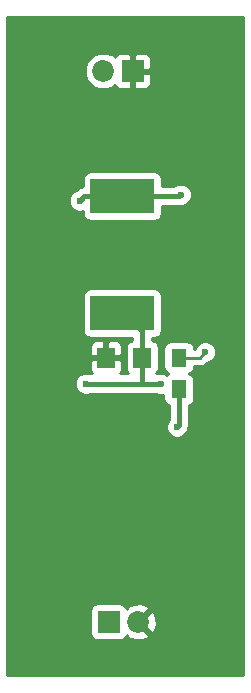
<source format=gbr>
G04 #@! TF.FileFunction,Copper,L2,Bot,Signal*
%FSLAX46Y46*%
G04 Gerber Fmt 4.6, Leading zero omitted, Abs format (unit mm)*
G04 Created by KiCad (PCBNEW 4.0.5) date 05/07/17 11:17:11*
%MOMM*%
%LPD*%
G01*
G04 APERTURE LIST*
%ADD10C,0.100000*%
%ADD11R,1.500000X1.700000*%
%ADD12R,5.400040X2.900680*%
%ADD13R,1.850000X1.850000*%
%ADD14C,1.850000*%
%ADD15R,1.300000X1.500000*%
%ADD16C,0.600000*%
%ADD17C,0.460000*%
%ADD18C,0.250000*%
%ADD19C,0.254000*%
G04 APERTURE END LIST*
D10*
D11*
X155752800Y-101193600D03*
X152682800Y-101193600D03*
D12*
X154076400Y-97406460D03*
X154076400Y-87505540D03*
D13*
X152908000Y-123545600D03*
D14*
X155408000Y-123545600D03*
D13*
X154940000Y-76911200D03*
D14*
X152440000Y-76911200D03*
D15*
X158851600Y-103864400D03*
X158851600Y-101164400D03*
D16*
X158699200Y-107035600D03*
X150418800Y-99822000D03*
X148996400Y-99822000D03*
X148894800Y-102311200D03*
X150469600Y-102311200D03*
X151333200Y-101396800D03*
X159004000Y-87376000D03*
X150469600Y-87884000D03*
X150977600Y-103378000D03*
X157378400Y-103428800D03*
X161086800Y-100685600D03*
D17*
X158699200Y-107035600D02*
X158851600Y-106883200D01*
X158851600Y-106883200D02*
X158851600Y-103864400D01*
D18*
X151333200Y-101396800D02*
X151333200Y-100736400D01*
X151333200Y-100736400D02*
X150418800Y-99822000D01*
X148996400Y-99822000D02*
X148894800Y-99923600D01*
X148894800Y-99923600D02*
X148894800Y-102311200D01*
X151333200Y-101396800D02*
X151536400Y-101193600D01*
X151536400Y-101193600D02*
X152682800Y-101193600D01*
D17*
X159004000Y-87376000D02*
X158874460Y-87505540D01*
X158874460Y-87505540D02*
X154076400Y-87505540D01*
X154076400Y-87505540D02*
X150848060Y-87505540D01*
X150848060Y-87505540D02*
X150469600Y-87884000D01*
X154076400Y-97406460D02*
X154200860Y-97406460D01*
X154200860Y-97406460D02*
X155752800Y-98958400D01*
X155752800Y-98958400D02*
X155752800Y-101193600D01*
X155752800Y-101193600D02*
X155752800Y-103378000D01*
X150977600Y-103378000D02*
X155752800Y-103378000D01*
X155752800Y-103378000D02*
X157327600Y-103378000D01*
X157327600Y-103378000D02*
X157378400Y-103428800D01*
D18*
X158851600Y-101164400D02*
X160608000Y-101164400D01*
X160608000Y-101164400D02*
X161086800Y-100685600D01*
D19*
G36*
X164313400Y-128042200D02*
X144347400Y-128042200D01*
X144347400Y-122620600D01*
X151335560Y-122620600D01*
X151335560Y-124470600D01*
X151379838Y-124705917D01*
X151518910Y-124922041D01*
X151731110Y-125067031D01*
X151983000Y-125118040D01*
X153833000Y-125118040D01*
X154068317Y-125073762D01*
X154284441Y-124934690D01*
X154429431Y-124722490D01*
X154434183Y-124699025D01*
X154489350Y-124643858D01*
X154578821Y-124902932D01*
X155161368Y-125116925D01*
X155781461Y-125091697D01*
X156237179Y-124902932D01*
X156326651Y-124643856D01*
X155408000Y-123725205D01*
X155393858Y-123739348D01*
X155214253Y-123559743D01*
X155228395Y-123545600D01*
X155587605Y-123545600D01*
X156506256Y-124464251D01*
X156765332Y-124374779D01*
X156979325Y-123792232D01*
X156954097Y-123172139D01*
X156765332Y-122716421D01*
X156506256Y-122626949D01*
X155587605Y-123545600D01*
X155228395Y-123545600D01*
X155214253Y-123531458D01*
X155393858Y-123351853D01*
X155408000Y-123365995D01*
X156326651Y-122447344D01*
X156237179Y-122188268D01*
X155654632Y-121974275D01*
X155034539Y-121999503D01*
X154578821Y-122188268D01*
X154489350Y-122447342D01*
X154438218Y-122396210D01*
X154436162Y-122385283D01*
X154297090Y-122169159D01*
X154084890Y-122024169D01*
X153833000Y-121973160D01*
X151983000Y-121973160D01*
X151747683Y-122017438D01*
X151531559Y-122156510D01*
X151386569Y-122368710D01*
X151335560Y-122620600D01*
X144347400Y-122620600D01*
X144347400Y-103563167D01*
X150042438Y-103563167D01*
X150184483Y-103906943D01*
X150447273Y-104170192D01*
X150790801Y-104312838D01*
X151162767Y-104313162D01*
X151332572Y-104243000D01*
X156901074Y-104243000D01*
X157191601Y-104363638D01*
X157554160Y-104363954D01*
X157554160Y-104614400D01*
X157598438Y-104849717D01*
X157737510Y-105065841D01*
X157949710Y-105210831D01*
X157986600Y-105218301D01*
X157986600Y-106425820D01*
X157907008Y-106505273D01*
X157764362Y-106848801D01*
X157764038Y-107220767D01*
X157906083Y-107564543D01*
X158168873Y-107827792D01*
X158512401Y-107970438D01*
X158884367Y-107970762D01*
X159228143Y-107828717D01*
X159491392Y-107565927D01*
X159615563Y-107266892D01*
X159650756Y-107214222D01*
X159661680Y-107159302D01*
X159716600Y-106883200D01*
X159716600Y-105221385D01*
X159736917Y-105217562D01*
X159953041Y-105078490D01*
X160098031Y-104866290D01*
X160149040Y-104614400D01*
X160149040Y-103114400D01*
X160104762Y-102879083D01*
X159965690Y-102662959D01*
X159753490Y-102517969D01*
X159740403Y-102515319D01*
X159953041Y-102378490D01*
X160098031Y-102166290D01*
X160147015Y-101924400D01*
X160608000Y-101924400D01*
X160898839Y-101866548D01*
X161145401Y-101701801D01*
X161226480Y-101620722D01*
X161271967Y-101620762D01*
X161615743Y-101478717D01*
X161878992Y-101215927D01*
X162021638Y-100872399D01*
X162021962Y-100500433D01*
X161879917Y-100156657D01*
X161617127Y-99893408D01*
X161273599Y-99750762D01*
X160901633Y-99750438D01*
X160557857Y-99892483D01*
X160294608Y-100155273D01*
X160191161Y-100404400D01*
X160147158Y-100404400D01*
X160104762Y-100179083D01*
X159965690Y-99962959D01*
X159753490Y-99817969D01*
X159501600Y-99766960D01*
X158201600Y-99766960D01*
X157966283Y-99811238D01*
X157750159Y-99950310D01*
X157605169Y-100162510D01*
X157554160Y-100414400D01*
X157554160Y-101914400D01*
X157598438Y-102149717D01*
X157737510Y-102365841D01*
X157949710Y-102510831D01*
X157962797Y-102513481D01*
X157825293Y-102601963D01*
X157565199Y-102493962D01*
X157193233Y-102493638D01*
X157146373Y-102513000D01*
X156945989Y-102513000D01*
X156954241Y-102507690D01*
X157099231Y-102295490D01*
X157150240Y-102043600D01*
X157150240Y-100343600D01*
X157105962Y-100108283D01*
X156966890Y-99892159D01*
X156754690Y-99747169D01*
X156617800Y-99719448D01*
X156617800Y-99504240D01*
X156776420Y-99504240D01*
X157011737Y-99459962D01*
X157227861Y-99320890D01*
X157372851Y-99108690D01*
X157423860Y-98856800D01*
X157423860Y-95956120D01*
X157379582Y-95720803D01*
X157240510Y-95504679D01*
X157028310Y-95359689D01*
X156776420Y-95308680D01*
X151376380Y-95308680D01*
X151141063Y-95352958D01*
X150924939Y-95492030D01*
X150779949Y-95704230D01*
X150728940Y-95956120D01*
X150728940Y-98856800D01*
X150773218Y-99092117D01*
X150912290Y-99308241D01*
X151124490Y-99453231D01*
X151376380Y-99504240D01*
X154887800Y-99504240D01*
X154887800Y-99717799D01*
X154767483Y-99740438D01*
X154551359Y-99879510D01*
X154406369Y-100091710D01*
X154355360Y-100343600D01*
X154355360Y-102043600D01*
X154399638Y-102278917D01*
X154538710Y-102495041D01*
X154564994Y-102513000D01*
X153861425Y-102513000D01*
X153971127Y-102403299D01*
X154067800Y-102169910D01*
X154067800Y-101479350D01*
X153909050Y-101320600D01*
X152809800Y-101320600D01*
X152809800Y-101340600D01*
X152555800Y-101340600D01*
X152555800Y-101320600D01*
X151456550Y-101320600D01*
X151297800Y-101479350D01*
X151297800Y-102169910D01*
X151394473Y-102403299D01*
X151504175Y-102513000D01*
X151332587Y-102513000D01*
X151164399Y-102443162D01*
X150792433Y-102442838D01*
X150448657Y-102584883D01*
X150185408Y-102847673D01*
X150042762Y-103191201D01*
X150042438Y-103563167D01*
X144347400Y-103563167D01*
X144347400Y-100217290D01*
X151297800Y-100217290D01*
X151297800Y-100907850D01*
X151456550Y-101066600D01*
X152555800Y-101066600D01*
X152555800Y-99867350D01*
X152809800Y-99867350D01*
X152809800Y-101066600D01*
X153909050Y-101066600D01*
X154067800Y-100907850D01*
X154067800Y-100217290D01*
X153971127Y-99983901D01*
X153792498Y-99805273D01*
X153559109Y-99708600D01*
X152968550Y-99708600D01*
X152809800Y-99867350D01*
X152555800Y-99867350D01*
X152397050Y-99708600D01*
X151806491Y-99708600D01*
X151573102Y-99805273D01*
X151394473Y-99983901D01*
X151297800Y-100217290D01*
X144347400Y-100217290D01*
X144347400Y-88069167D01*
X149534438Y-88069167D01*
X149676483Y-88412943D01*
X149939273Y-88676192D01*
X150282801Y-88818838D01*
X150654767Y-88819162D01*
X150728940Y-88788514D01*
X150728940Y-88955880D01*
X150773218Y-89191197D01*
X150912290Y-89407321D01*
X151124490Y-89552311D01*
X151376380Y-89603320D01*
X156776420Y-89603320D01*
X157011737Y-89559042D01*
X157227861Y-89419970D01*
X157372851Y-89207770D01*
X157423860Y-88955880D01*
X157423860Y-88370540D01*
X158874460Y-88370540D01*
X159173045Y-88311148D01*
X159189167Y-88311162D01*
X159204199Y-88304951D01*
X159205481Y-88304696D01*
X159206559Y-88303976D01*
X159532943Y-88169117D01*
X159796192Y-87906327D01*
X159938838Y-87562799D01*
X159939162Y-87190833D01*
X159797117Y-86847057D01*
X159534327Y-86583808D01*
X159190799Y-86441162D01*
X158818833Y-86440838D01*
X158475057Y-86582883D01*
X158417299Y-86640540D01*
X157423860Y-86640540D01*
X157423860Y-86055200D01*
X157379582Y-85819883D01*
X157240510Y-85603759D01*
X157028310Y-85458769D01*
X156776420Y-85407760D01*
X151376380Y-85407760D01*
X151141063Y-85452038D01*
X150924939Y-85591110D01*
X150779949Y-85803310D01*
X150728940Y-86055200D01*
X150728940Y-86664234D01*
X150571958Y-86695460D01*
X150517038Y-86706384D01*
X150236412Y-86893893D01*
X150108966Y-87021339D01*
X149940657Y-87090883D01*
X149677408Y-87353673D01*
X149534762Y-87697201D01*
X149534438Y-88069167D01*
X144347400Y-88069167D01*
X144347400Y-77220142D01*
X150879730Y-77220142D01*
X151116725Y-77793714D01*
X151555177Y-78232932D01*
X152128336Y-78470928D01*
X152748942Y-78471470D01*
X153322514Y-78234475D01*
X153442881Y-78114318D01*
X153476673Y-78195899D01*
X153655302Y-78374527D01*
X153888691Y-78471200D01*
X154654250Y-78471200D01*
X154813000Y-78312450D01*
X154813000Y-77038200D01*
X155067000Y-77038200D01*
X155067000Y-78312450D01*
X155225750Y-78471200D01*
X155991309Y-78471200D01*
X156224698Y-78374527D01*
X156403327Y-78195899D01*
X156500000Y-77962510D01*
X156500000Y-77196950D01*
X156341250Y-77038200D01*
X155067000Y-77038200D01*
X154813000Y-77038200D01*
X154793000Y-77038200D01*
X154793000Y-76784200D01*
X154813000Y-76784200D01*
X154813000Y-75509950D01*
X155067000Y-75509950D01*
X155067000Y-76784200D01*
X156341250Y-76784200D01*
X156500000Y-76625450D01*
X156500000Y-75859890D01*
X156403327Y-75626501D01*
X156224698Y-75447873D01*
X155991309Y-75351200D01*
X155225750Y-75351200D01*
X155067000Y-75509950D01*
X154813000Y-75509950D01*
X154654250Y-75351200D01*
X153888691Y-75351200D01*
X153655302Y-75447873D01*
X153476673Y-75626501D01*
X153442983Y-75707835D01*
X153324823Y-75589468D01*
X152751664Y-75351472D01*
X152131058Y-75350930D01*
X151557486Y-75587925D01*
X151118268Y-76026377D01*
X150880272Y-76599536D01*
X150879730Y-77220142D01*
X144347400Y-77220142D01*
X144347400Y-72363800D01*
X164313400Y-72363800D01*
X164313400Y-128042200D01*
X164313400Y-128042200D01*
G37*
X164313400Y-128042200D02*
X144347400Y-128042200D01*
X144347400Y-122620600D01*
X151335560Y-122620600D01*
X151335560Y-124470600D01*
X151379838Y-124705917D01*
X151518910Y-124922041D01*
X151731110Y-125067031D01*
X151983000Y-125118040D01*
X153833000Y-125118040D01*
X154068317Y-125073762D01*
X154284441Y-124934690D01*
X154429431Y-124722490D01*
X154434183Y-124699025D01*
X154489350Y-124643858D01*
X154578821Y-124902932D01*
X155161368Y-125116925D01*
X155781461Y-125091697D01*
X156237179Y-124902932D01*
X156326651Y-124643856D01*
X155408000Y-123725205D01*
X155393858Y-123739348D01*
X155214253Y-123559743D01*
X155228395Y-123545600D01*
X155587605Y-123545600D01*
X156506256Y-124464251D01*
X156765332Y-124374779D01*
X156979325Y-123792232D01*
X156954097Y-123172139D01*
X156765332Y-122716421D01*
X156506256Y-122626949D01*
X155587605Y-123545600D01*
X155228395Y-123545600D01*
X155214253Y-123531458D01*
X155393858Y-123351853D01*
X155408000Y-123365995D01*
X156326651Y-122447344D01*
X156237179Y-122188268D01*
X155654632Y-121974275D01*
X155034539Y-121999503D01*
X154578821Y-122188268D01*
X154489350Y-122447342D01*
X154438218Y-122396210D01*
X154436162Y-122385283D01*
X154297090Y-122169159D01*
X154084890Y-122024169D01*
X153833000Y-121973160D01*
X151983000Y-121973160D01*
X151747683Y-122017438D01*
X151531559Y-122156510D01*
X151386569Y-122368710D01*
X151335560Y-122620600D01*
X144347400Y-122620600D01*
X144347400Y-103563167D01*
X150042438Y-103563167D01*
X150184483Y-103906943D01*
X150447273Y-104170192D01*
X150790801Y-104312838D01*
X151162767Y-104313162D01*
X151332572Y-104243000D01*
X156901074Y-104243000D01*
X157191601Y-104363638D01*
X157554160Y-104363954D01*
X157554160Y-104614400D01*
X157598438Y-104849717D01*
X157737510Y-105065841D01*
X157949710Y-105210831D01*
X157986600Y-105218301D01*
X157986600Y-106425820D01*
X157907008Y-106505273D01*
X157764362Y-106848801D01*
X157764038Y-107220767D01*
X157906083Y-107564543D01*
X158168873Y-107827792D01*
X158512401Y-107970438D01*
X158884367Y-107970762D01*
X159228143Y-107828717D01*
X159491392Y-107565927D01*
X159615563Y-107266892D01*
X159650756Y-107214222D01*
X159661680Y-107159302D01*
X159716600Y-106883200D01*
X159716600Y-105221385D01*
X159736917Y-105217562D01*
X159953041Y-105078490D01*
X160098031Y-104866290D01*
X160149040Y-104614400D01*
X160149040Y-103114400D01*
X160104762Y-102879083D01*
X159965690Y-102662959D01*
X159753490Y-102517969D01*
X159740403Y-102515319D01*
X159953041Y-102378490D01*
X160098031Y-102166290D01*
X160147015Y-101924400D01*
X160608000Y-101924400D01*
X160898839Y-101866548D01*
X161145401Y-101701801D01*
X161226480Y-101620722D01*
X161271967Y-101620762D01*
X161615743Y-101478717D01*
X161878992Y-101215927D01*
X162021638Y-100872399D01*
X162021962Y-100500433D01*
X161879917Y-100156657D01*
X161617127Y-99893408D01*
X161273599Y-99750762D01*
X160901633Y-99750438D01*
X160557857Y-99892483D01*
X160294608Y-100155273D01*
X160191161Y-100404400D01*
X160147158Y-100404400D01*
X160104762Y-100179083D01*
X159965690Y-99962959D01*
X159753490Y-99817969D01*
X159501600Y-99766960D01*
X158201600Y-99766960D01*
X157966283Y-99811238D01*
X157750159Y-99950310D01*
X157605169Y-100162510D01*
X157554160Y-100414400D01*
X157554160Y-101914400D01*
X157598438Y-102149717D01*
X157737510Y-102365841D01*
X157949710Y-102510831D01*
X157962797Y-102513481D01*
X157825293Y-102601963D01*
X157565199Y-102493962D01*
X157193233Y-102493638D01*
X157146373Y-102513000D01*
X156945989Y-102513000D01*
X156954241Y-102507690D01*
X157099231Y-102295490D01*
X157150240Y-102043600D01*
X157150240Y-100343600D01*
X157105962Y-100108283D01*
X156966890Y-99892159D01*
X156754690Y-99747169D01*
X156617800Y-99719448D01*
X156617800Y-99504240D01*
X156776420Y-99504240D01*
X157011737Y-99459962D01*
X157227861Y-99320890D01*
X157372851Y-99108690D01*
X157423860Y-98856800D01*
X157423860Y-95956120D01*
X157379582Y-95720803D01*
X157240510Y-95504679D01*
X157028310Y-95359689D01*
X156776420Y-95308680D01*
X151376380Y-95308680D01*
X151141063Y-95352958D01*
X150924939Y-95492030D01*
X150779949Y-95704230D01*
X150728940Y-95956120D01*
X150728940Y-98856800D01*
X150773218Y-99092117D01*
X150912290Y-99308241D01*
X151124490Y-99453231D01*
X151376380Y-99504240D01*
X154887800Y-99504240D01*
X154887800Y-99717799D01*
X154767483Y-99740438D01*
X154551359Y-99879510D01*
X154406369Y-100091710D01*
X154355360Y-100343600D01*
X154355360Y-102043600D01*
X154399638Y-102278917D01*
X154538710Y-102495041D01*
X154564994Y-102513000D01*
X153861425Y-102513000D01*
X153971127Y-102403299D01*
X154067800Y-102169910D01*
X154067800Y-101479350D01*
X153909050Y-101320600D01*
X152809800Y-101320600D01*
X152809800Y-101340600D01*
X152555800Y-101340600D01*
X152555800Y-101320600D01*
X151456550Y-101320600D01*
X151297800Y-101479350D01*
X151297800Y-102169910D01*
X151394473Y-102403299D01*
X151504175Y-102513000D01*
X151332587Y-102513000D01*
X151164399Y-102443162D01*
X150792433Y-102442838D01*
X150448657Y-102584883D01*
X150185408Y-102847673D01*
X150042762Y-103191201D01*
X150042438Y-103563167D01*
X144347400Y-103563167D01*
X144347400Y-100217290D01*
X151297800Y-100217290D01*
X151297800Y-100907850D01*
X151456550Y-101066600D01*
X152555800Y-101066600D01*
X152555800Y-99867350D01*
X152809800Y-99867350D01*
X152809800Y-101066600D01*
X153909050Y-101066600D01*
X154067800Y-100907850D01*
X154067800Y-100217290D01*
X153971127Y-99983901D01*
X153792498Y-99805273D01*
X153559109Y-99708600D01*
X152968550Y-99708600D01*
X152809800Y-99867350D01*
X152555800Y-99867350D01*
X152397050Y-99708600D01*
X151806491Y-99708600D01*
X151573102Y-99805273D01*
X151394473Y-99983901D01*
X151297800Y-100217290D01*
X144347400Y-100217290D01*
X144347400Y-88069167D01*
X149534438Y-88069167D01*
X149676483Y-88412943D01*
X149939273Y-88676192D01*
X150282801Y-88818838D01*
X150654767Y-88819162D01*
X150728940Y-88788514D01*
X150728940Y-88955880D01*
X150773218Y-89191197D01*
X150912290Y-89407321D01*
X151124490Y-89552311D01*
X151376380Y-89603320D01*
X156776420Y-89603320D01*
X157011737Y-89559042D01*
X157227861Y-89419970D01*
X157372851Y-89207770D01*
X157423860Y-88955880D01*
X157423860Y-88370540D01*
X158874460Y-88370540D01*
X159173045Y-88311148D01*
X159189167Y-88311162D01*
X159204199Y-88304951D01*
X159205481Y-88304696D01*
X159206559Y-88303976D01*
X159532943Y-88169117D01*
X159796192Y-87906327D01*
X159938838Y-87562799D01*
X159939162Y-87190833D01*
X159797117Y-86847057D01*
X159534327Y-86583808D01*
X159190799Y-86441162D01*
X158818833Y-86440838D01*
X158475057Y-86582883D01*
X158417299Y-86640540D01*
X157423860Y-86640540D01*
X157423860Y-86055200D01*
X157379582Y-85819883D01*
X157240510Y-85603759D01*
X157028310Y-85458769D01*
X156776420Y-85407760D01*
X151376380Y-85407760D01*
X151141063Y-85452038D01*
X150924939Y-85591110D01*
X150779949Y-85803310D01*
X150728940Y-86055200D01*
X150728940Y-86664234D01*
X150571958Y-86695460D01*
X150517038Y-86706384D01*
X150236412Y-86893893D01*
X150108966Y-87021339D01*
X149940657Y-87090883D01*
X149677408Y-87353673D01*
X149534762Y-87697201D01*
X149534438Y-88069167D01*
X144347400Y-88069167D01*
X144347400Y-77220142D01*
X150879730Y-77220142D01*
X151116725Y-77793714D01*
X151555177Y-78232932D01*
X152128336Y-78470928D01*
X152748942Y-78471470D01*
X153322514Y-78234475D01*
X153442881Y-78114318D01*
X153476673Y-78195899D01*
X153655302Y-78374527D01*
X153888691Y-78471200D01*
X154654250Y-78471200D01*
X154813000Y-78312450D01*
X154813000Y-77038200D01*
X155067000Y-77038200D01*
X155067000Y-78312450D01*
X155225750Y-78471200D01*
X155991309Y-78471200D01*
X156224698Y-78374527D01*
X156403327Y-78195899D01*
X156500000Y-77962510D01*
X156500000Y-77196950D01*
X156341250Y-77038200D01*
X155067000Y-77038200D01*
X154813000Y-77038200D01*
X154793000Y-77038200D01*
X154793000Y-76784200D01*
X154813000Y-76784200D01*
X154813000Y-75509950D01*
X155067000Y-75509950D01*
X155067000Y-76784200D01*
X156341250Y-76784200D01*
X156500000Y-76625450D01*
X156500000Y-75859890D01*
X156403327Y-75626501D01*
X156224698Y-75447873D01*
X155991309Y-75351200D01*
X155225750Y-75351200D01*
X155067000Y-75509950D01*
X154813000Y-75509950D01*
X154654250Y-75351200D01*
X153888691Y-75351200D01*
X153655302Y-75447873D01*
X153476673Y-75626501D01*
X153442983Y-75707835D01*
X153324823Y-75589468D01*
X152751664Y-75351472D01*
X152131058Y-75350930D01*
X151557486Y-75587925D01*
X151118268Y-76026377D01*
X150880272Y-76599536D01*
X150879730Y-77220142D01*
X144347400Y-77220142D01*
X144347400Y-72363800D01*
X164313400Y-72363800D01*
X164313400Y-128042200D01*
M02*

</source>
